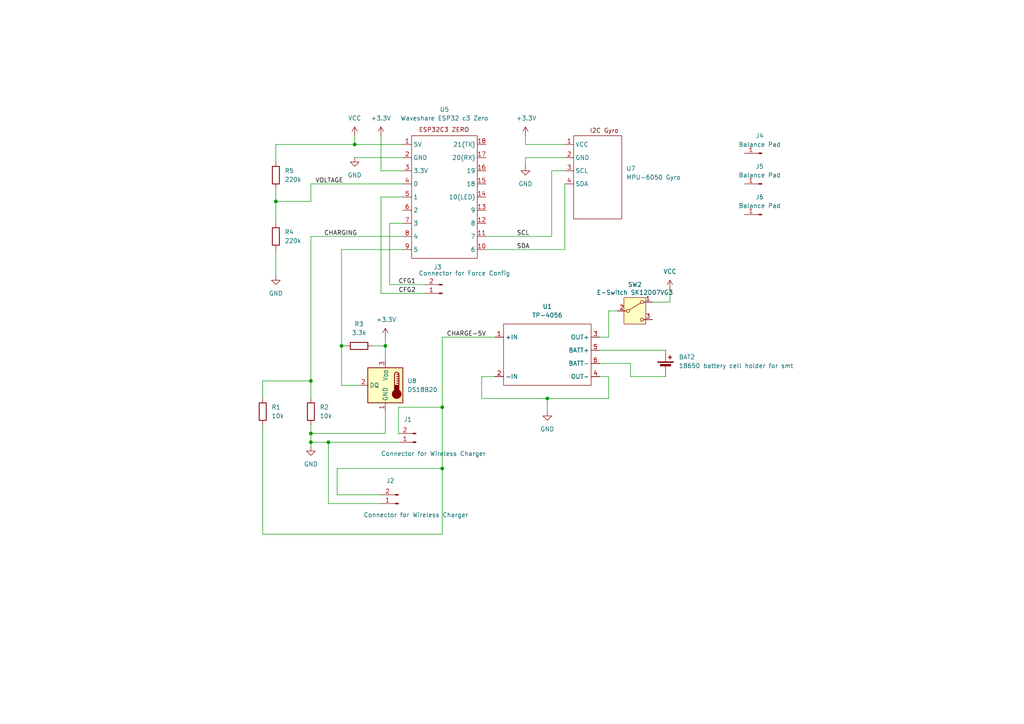
<source format=kicad_sch>
(kicad_sch (version 20250114) (generator "eeschema") (generator_version "9.0")
  (paper "A4")
  (title_block (title "Gravitymon PILL Zero PCB") (date "2026-01-04") (company "Magnus Persson") (comment 1 "Based on PillPCB by Andre Q, 2024"))
  (lib_symbols
    (symbol "Connector:Conn_01x01_Pin" (pin_names (offset 1.016) (hide yes))
      (property "Reference" "J" (at 0 2.54 0))
      (property "Value" "Conn_01x01_Pin" (at 0 -2.54 0))
      (symbol "Conn_01x01_Pin_1_1"
        (rectangle (start 0.8636 0.127) (end 0 -0.127) (stroke (width 0.1524)) (fill (type outline)))
        (polyline (pts (xy 1.27 0) (xy 0.8636 0)) (stroke (width 0.1524)))
        (pin passive line (at 5.08 0 180) (length 3.81) (name "Pin_1") (number "1"))
      )
    )
    (symbol "Connector:Conn_01x02_Pin" (pin_names (offset 1.016) (hide yes))
      (property "Reference" "J" (at 0 2.54 0))
      (property "Value" "Conn_01x02_Pin" (at 0 -5.08 0))
      (symbol "Conn_01x02_Pin_1_1"
        (rectangle (start 0.8636 0.127) (end 0 -0.127) (stroke (width 0.1524)) (fill (type outline)))
        (rectangle (start 0.8636 -2.413) (end 0 -2.667) (stroke (width 0.1524)) (fill (type outline)))
        (polyline (pts (xy 1.27 0) (xy 0.8636 0)) (stroke (width 0.1524)))
        (polyline (pts (xy 1.27 -2.54) (xy 0.8636 -2.54)) (stroke (width 0.1524)))
        (pin passive line (at 5.08 0 180) (length 3.81) (name "Pin_1") (number "1"))
        (pin passive line (at 5.08 -2.54 180) (length 3.81) (name "Pin_2") (number "2"))
      )
    )
    (symbol "Device:Battery_Cell" (pin_numbers (hide yes)) (pin_names (offset 0) (hide yes))
      (property "Reference" "BT" (at 2.54 2.54 0))
      (property "Value" "Battery_Cell" (at 2.54 0 0))
      (symbol "Battery_Cell_0_1"
        (rectangle (start -2.286 1.778) (end 2.286 1.524) (fill (type outline)))
        (rectangle (start -1.524 1.016) (end 1.524 0.508) (fill (type outline)))
        (polyline (pts (xy 0 1.778) (xy 0 2.54)))
        (polyline (pts (xy 0 0.762) (xy 0 0)))
        (polyline (pts (xy 0.762 3.048) (xy 1.778 3.048)) (stroke (width 0.254)))
        (polyline (pts (xy 1.27 3.556) (xy 1.27 2.54)) (stroke (width 0.254)))
      )
      (symbol "Battery_Cell_1_1"
        (pin passive line (at 0 5.08 270) (length 2.54) (name "+") (number "1"))
        (pin passive line (at 0 -2.54 90) (length 2.54) (name "-") (number "2"))
      )
    )
    (symbol "Device:R" (pin_numbers (hide yes)) (pin_names (offset 0))
      (property "Reference" "R" (at 2.032 0 90))
      (property "Value" "R" (at 0 0 90))
      (symbol "R_0_1"
        (rectangle (start -1.016 -2.54) (end 1.016 2.54) (stroke (width 0.254)))
      )
      (symbol "R_1_1"
        (pin passive line (at 0 3.81 270) (length 1.27) (name "~") (number "1"))
        (pin passive line (at 0 -3.81 90) (length 1.27) (name "~") (number "2"))
      )
    )
    (symbol "GND_1" (power) (pin_numbers (hide yes)) (pin_names (offset 0) (hide yes))
      (property "Value" "GND" (at 0 -3.81 0))
      (symbol "GND_1_0_1"
        (polyline (pts (xy 0 0) (xy 0 -1.27) (xy 1.27 -1.27) (xy 0 -2.54) (xy -1.27 -1.27) (xy 0 -1.27)))
      )
      (symbol "GND_1_1_1"
        (pin power_in line (at 0 0 270) (length 0) (name "~") (number "1"))
      )
    )
    (symbol "GND_2" (power) (pin_numbers (hide yes)) (pin_names (offset 0) (hide yes))
      (property "Value" "GND" (at 0 -3.81 0))
      (symbol "GND_2_0_1"
        (polyline (pts (xy 0 0) (xy 0 -1.27) (xy 1.27 -1.27) (xy 0 -2.54) (xy -1.27 -1.27) (xy 0 -1.27)))
      )
      (symbol "GND_2_1_1"
        (pin power_in line (at 0 0 270) (length 0) (name "~") (number "1"))
      )
    )
    (symbol "GND_3" (power) (pin_numbers (hide yes)) (pin_names (offset 0) (hide yes))
      (property "Value" "GND" (at 0 -3.81 0))
      (symbol "GND_3_0_1"
        (polyline (pts (xy 0 0) (xy 0 -1.27) (xy 1.27 -1.27) (xy 0 -2.54) (xy -1.27 -1.27) (xy 0 -1.27)))
      )
      (symbol "GND_3_1_1"
        (pin power_in line (at 0 0 270) (length 0) (name "~") (number "1"))
      )
    )
    (symbol "GND_4" (power) (pin_numbers (hide yes)) (pin_names (offset 0) (hide yes))
      (property "Value" "GND" (at 0 -3.81 0))
      (symbol "GND_4_0_1"
        (polyline (pts (xy 0 0) (xy 0 -1.27) (xy 1.27 -1.27) (xy 0 -2.54) (xy -1.27 -1.27) (xy 0 -1.27)))
      )
      (symbol "GND_4_1_1"
        (pin power_in line (at 0 0 270) (length 0) (name "~") (number "1"))
      )
    )
    (symbol "Sensor_Temperature:DS18B20"
      (property "Reference" "U" (at -3.81 6.35 0))
      (property "Value" "DS18B20" (at 6.35 6.35 0))
      (symbol "DS18B20_0_1"
        (rectangle (start -5.08 5.08) (end 5.08 -5.08) (stroke (width 0.254)) (fill (type background)))
        (polyline (pts (xy -3.937 3.175) (xy -3.937 0)) (stroke (width 0.254)))
        (polyline (pts (xy -3.937 3.175) (xy -3.302 3.175)) (stroke (width 0.254)))
        (polyline (pts (xy -3.937 2.54) (xy -3.302 2.54)) (stroke (width 0.254)))
        (polyline (pts (xy -3.937 1.905) (xy -3.302 1.905)) (stroke (width 0.254)))
        (polyline (pts (xy -3.937 1.27) (xy -3.302 1.27)) (stroke (width 0.254)))
        (polyline (pts (xy -3.937 0.635) (xy -3.302 0.635)) (stroke (width 0.254)))
        (arc (start -3.937 3.175) (mid -3.302 3.8073) (end -2.667 3.175) (stroke (width 0.254)))
        (circle (center -3.302 -2.54) (radius 1.27) (stroke (width 0.254)) (fill (type outline)))
        (polyline (pts (xy -2.667 3.175) (xy -2.667 0)) (stroke (width 0.254)))
        (rectangle (start -2.667 -1.905) (end -3.937 0) (stroke (width 0.254)) (fill (type outline)))
      )
      (symbol "DS18B20_1_1"
        (pin power_in line (at 0 7.62 270) (length 2.54) (name "V_{DD}") (number "3"))
        (pin power_in line (at 0 -7.62 90) (length 2.54) (name "GND") (number "1"))
        (pin bidirectional line (at 7.62 0 180) (length 2.54) (name "DQ") (number "2"))
      )
    )
    (symbol "Switch:SW_SPDT" (pin_names (offset 0) (hide yes))
      (property "Reference" "SW" (at 0 5.08 0))
      (property "Value" "SW_SPDT" (at 0 -5.08 0))
      (symbol "SW_SPDT_0_1"
        (circle (center -2.032 0) (radius 0.4572))
        (polyline (pts (xy -1.651 0.254) (xy 1.651 2.286)))
        (circle (center 2.032 2.54) (radius 0.4572))
        (circle (center 2.032 -2.54) (radius 0.4572))
      )
      (symbol "SW_SPDT_1_1"
        (rectangle (start -3.175 3.81) (end 3.175 -3.81) (fill (type background)))
        (pin passive line (at -5.08 0 0) (length 2.54) (name "B") (number "2"))
        (pin passive line (at 5.08 2.54 180) (length 2.54) (name "A") (number "1"))
        (pin passive line (at 5.08 -2.54 180) (length 2.54) (name "C") (number "3"))
      )
    )
    (symbol "VCC_1" (power) (pin_numbers (hide yes)) (pin_names (offset 0) (hide yes))
      (property "Value" "VCC" (at 0 3.556 0))
      (symbol "VCC_1_0_1"
        (polyline (pts (xy -0.762 1.27) (xy 0 2.54)))
        (polyline (pts (xy 0 2.54) (xy 0.762 1.27)))
        (polyline (pts (xy 0 0) (xy 0 2.54)))
      )
      (symbol "VCC_1_1_1"
        (pin power_in line (at 0 0 90) (length 0) (name "~") (number "1"))
      )
    )
    (symbol "magnus:gyro-mpu6050"
      (property "Reference" "U" (at 5.588 20.574 0))
      (symbol "gyro-mpu6050_0_1"
        (rectangle (start 0 16.51) (end 13.97 -7.62))
      )
      (symbol "gyro-mpu6050_1_1"
        (text "I2C Gyro" (at 8.89 18.034 0) (effects (font (size 1.27 1.27))))
        (pin power_in line (at -2.54 13.97 0) (length 2.54) (name "VCC") (number "1"))
        (pin power_in line (at -2.54 10.16 0) (length 2.54) (name "GND") (number "2"))
        (pin bidirectional line (at -2.54 6.35 0) (length 2.54) (name "SCL") (number "3"))
        (pin bidirectional line (at -2.54 2.54 0) (length 2.54) (name "SDA") (number "4"))
      )
    )
    (symbol "magnus:lipo-tp4056"
      (property "Reference" "U2" (at 7.62 -2.286 0))
      (property "Value" "TP-4056" (at 7.62 -5.842 0))
      (symbol "lipo-tp4056_0_1"
        (rectangle (start -1.27 3.81) (end 24.13 -13.97))
      )
      (symbol "lipo-tp4056_1_1"
        (pin power_in line (at -3.81 0 0) (length 2.54) (name "+IN") (number "1"))
        (pin power_in line (at -3.81 -11.43 0) (length 2.54) (name "-IN") (number "2"))
        (pin power_out line (at 26.67 0 180) (length 2.54) (name "OUT+") (number "3"))
        (pin power_in line (at 26.67 -3.81 180) (length 2.54) (name "BATT+") (number "5"))
        (pin power_in line (at 26.67 -7.62 180) (length 2.54) (name "BATT-") (number "6"))
        (pin power_out line (at 26.67 -11.43 180) (length 2.54) (name "OUT-") (number "4"))
      )
    )
    (symbol "magnus:waveshare-esp32c3-zero"
      (property "Reference" "U1" (at 5.334 24.892 0))
      (property "Value" "~" (at 5.715 20.32 0))
      (symbol "waveshare-esp32c3-zero_0_1"
        (rectangle (start -3.81 20.32) (end 15.24 -15.24))
      )
      (symbol "waveshare-esp32c3-zero_1_1"
        (text "ESP32C3 ZERO" (at 5.588 22.098 0) (effects (font (size 1.27 1.27))))
        (pin power_in line (at -6.35 17.78 0) (length 2.54) (name "5V") (number "1"))
        (pin power_in line (at -6.35 13.97 0) (length 2.54) (name "GND") (number "2"))
        (pin power_out line (at -6.35 10.16 0) (length 2.54) (name "3.3V") (number "3"))
        (pin bidirectional line (at -6.35 6.35 0) (length 2.54) (name "0") (number "4"))
        (pin bidirectional line (at -6.35 2.54 0) (length 2.54) (name "1") (number "5"))
        (pin bidirectional line (at -6.35 -1.27 0) (length 2.54) (name "2") (number "6"))
        (pin bidirectional line (at -6.35 -5.08 0) (length 2.54) (name "3") (number "7"))
        (pin bidirectional line (at -6.35 -8.89 0) (length 2.54) (name "4") (number "8"))
        (pin bidirectional line (at -6.35 -12.7 0) (length 2.54) (name "5") (number "9"))
        (pin bidirectional line (at 17.78 17.78 180) (length 2.54) (name "21(TX)") (number "18"))
        (pin bidirectional line (at 17.78 13.97 180) (length 2.54) (name "20(RX)") (number "17"))
        (pin bidirectional line (at 17.78 10.16 180) (length 2.54) (name "19") (number "16"))
        (pin bidirectional line (at 17.78 6.35 180) (length 2.54) (name "18") (number "15"))
        (pin bidirectional line (at 17.78 2.54 180) (length 2.54) (name "10(LED)") (number "14"))
        (pin bidirectional line (at 17.78 -1.27 180) (length 2.54) (name "9") (number "13"))
        (pin bidirectional line (at 17.78 -5.08 180) (length 2.54) (name "8") (number "12"))
        (pin bidirectional line (at 17.78 -8.89 180) (length 2.54) (name "7") (number "11"))
        (pin bidirectional line (at 17.78 -12.7 180) (length 2.54) (name "6") (number "10"))
      )
    )
    (symbol "power:+3.3V" (power) (pin_numbers (hide yes)) (pin_names (offset 0) (hide yes))
      (property "Value" "+3.3V" (at 0 3.556 0))
      (symbol "+3.3V_0_1"
        (polyline (pts (xy -0.762 1.27) (xy 0 2.54)))
        (polyline (pts (xy 0 2.54) (xy 0.762 1.27)))
        (polyline (pts (xy 0 0) (xy 0 2.54)))
      )
      (symbol "+3.3V_1_1"
        (pin power_in line (at 0 0 90) (length 0) (name "~") (number "1"))
      )
    )
    (symbol "power:GND" (power) (pin_numbers (hide yes)) (pin_names (offset 0) (hide yes))
      (property "Value" "GND" (at 0 -3.81 0))
      (symbol "GND_0_1"
        (polyline (pts (xy 0 0) (xy 0 -1.27) (xy 1.27 -1.27) (xy 0 -2.54) (xy -1.27 -1.27) (xy 0 -1.27)))
      )
      (symbol "GND_1_1"
        (pin power_in line (at 0 0 270) (length 0) (name "~") (number "1"))
      )
    )
    (symbol "power:VCC" (power) (pin_numbers (hide yes)) (pin_names (offset 0) (hide yes))
      (property "Value" "VCC" (at 0 3.556 0))
      (symbol "VCC_0_1"
        (polyline (pts (xy -0.762 1.27) (xy 0 2.54)))
        (polyline (pts (xy 0 2.54) (xy 0.762 1.27)))
        (polyline (pts (xy 0 0) (xy 0 2.54)))
      )
      (symbol "VCC_1_1"
        (pin power_in line (at 0 0 90) (length 0) (name "~") (number "1"))
      )
    )
  )
  (junction (at 90.17 125.73))
  (junction (at 128.27 135.89))
  (junction (at 90.17 128.27))
  (junction (at 111.76 100.33))
  (junction (at 99.06 100.33))
  (junction (at 95.25 128.27))
  (junction (at 80.01 58.42))
  (junction (at 90.17 110.49))
  (junction (at 102.87 41.91))
  (junction (at 128.27 118.11))
  (junction (at 158.75 115.57))
  (wire (pts (xy 102.87 39.37) (xy 102.87 41.91)))
  (wire (pts (xy 99.06 72.39) (xy 116.84 72.39)))
  (wire (pts (xy 76.2 110.49) (xy 76.2 115.57)))
  (wire (pts (xy 111.76 100.33) (xy 111.76 104.14)))
  (wire (pts (xy 111.76 125.73) (xy 111.76 119.38)))
  (wire (pts (xy 104.14 111.76) (xy 99.06 111.76)))
  (wire (pts (xy 80.01 72.39) (xy 80.01 80.01)))
  (wire (pts (xy 76.2 110.49) (xy 90.17 110.49)))
  (wire (pts (xy 158.75 115.57) (xy 158.75 119.38)))
  (wire (pts (xy 163.83 53.34) (xy 163.83 72.39)))
  (wire (pts (xy 90.17 68.58) (xy 90.17 110.49)))
  (wire (pts (xy 152.4 39.37) (xy 152.4 41.91)))
  (wire (pts (xy 102.87 45.72) (xy 116.84 45.72)))
  (wire (pts (xy 182.88 105.41) (xy 182.88 109.22)))
  (wire (pts (xy 110.49 49.53) (xy 110.49 39.37)))
  (wire (pts (xy 80.01 58.42) (xy 80.01 64.77)))
  (wire (pts (xy 176.53 109.22) (xy 176.53 115.57)))
  (wire (pts (xy 139.7 109.22) (xy 139.7 115.57)))
  (wire (pts (xy 139.7 109.22) (xy 143.51 109.22)))
  (wire (pts (xy 116.84 53.34) (xy 90.17 53.34)))
  (wire (pts (xy 173.99 105.41) (xy 182.88 105.41)))
  (wire (pts (xy 158.75 115.57) (xy 176.53 115.57)))
  (wire (pts (xy 176.53 90.17) (xy 179.07 90.17)))
  (wire (pts (xy 90.17 125.73) (xy 90.17 128.27)))
  (wire (pts (xy 176.53 97.79) (xy 176.53 90.17)))
  (wire (pts (xy 113.03 82.55) (xy 113.03 64.77)))
  (wire (pts (xy 110.49 85.09) (xy 110.49 57.15)))
  (wire (pts (xy 90.17 58.42) (xy 80.01 58.42)))
  (wire (pts (xy 99.06 72.39) (xy 99.06 100.33)))
  (wire (pts (xy 139.7 115.57) (xy 158.75 115.57)))
  (wire (pts (xy 90.17 125.73) (xy 111.76 125.73)))
  (wire (pts (xy 123.19 82.55) (xy 113.03 82.55)))
  (wire (pts (xy 110.49 143.51) (xy 97.79 143.51)))
  (wire (pts (xy 95.25 146.05) (xy 95.25 128.27)))
  (wire (pts (xy 160.02 49.53) (xy 160.02 68.58)))
  (wire (pts (xy 189.23 87.63) (xy 194.31 87.63)))
  (wire (pts (xy 128.27 135.89) (xy 128.27 154.94)))
  (wire (pts (xy 102.87 41.91) (xy 116.84 41.91)))
  (wire (pts (xy 173.99 101.6) (xy 193.04 101.6)))
  (wire (pts (xy 80.01 54.61) (xy 80.01 58.42)))
  (wire (pts (xy 110.49 146.05) (xy 95.25 146.05)))
  (wire (pts (xy 95.25 128.27) (xy 115.57 128.27)))
  (wire (pts (xy 115.57 118.11) (xy 128.27 118.11)))
  (wire (pts (xy 80.01 46.99) (xy 80.01 41.91)))
  (wire (pts (xy 110.49 57.15) (xy 116.84 57.15)))
  (wire (pts (xy 76.2 154.94) (xy 128.27 154.94)))
  (wire (pts (xy 90.17 128.27) (xy 90.17 129.54)))
  (wire (pts (xy 182.88 109.22) (xy 193.04 109.22)))
  (wire (pts (xy 163.83 49.53) (xy 160.02 49.53)))
  (wire (pts (xy 90.17 110.49) (xy 90.17 115.57)))
  (wire (pts (xy 173.99 97.79) (xy 176.53 97.79)))
  (wire (pts (xy 194.31 87.63) (xy 194.31 83.82)))
  (wire (pts (xy 128.27 97.79) (xy 128.27 118.11)))
  (wire (pts (xy 115.57 125.73) (xy 115.57 118.11)))
  (wire (pts (xy 160.02 68.58) (xy 140.97 68.58)))
  (wire (pts (xy 90.17 128.27) (xy 95.25 128.27)))
  (wire (pts (xy 152.4 41.91) (xy 163.83 41.91)))
  (wire (pts (xy 128.27 118.11) (xy 128.27 135.89)))
  (wire (pts (xy 90.17 53.34) (xy 90.17 58.42)))
  (wire (pts (xy 152.4 45.72) (xy 163.83 45.72)))
  (wire (pts (xy 107.95 100.33) (xy 111.76 100.33)))
  (wire (pts (xy 80.01 41.91) (xy 102.87 41.91)))
  (wire (pts (xy 97.79 135.89) (xy 128.27 135.89)))
  (wire (pts (xy 123.19 85.09) (xy 110.49 85.09)))
  (wire (pts (xy 90.17 125.73) (xy 90.17 123.19)))
  (wire (pts (xy 76.2 154.94) (xy 76.2 123.19)))
  (wire (pts (xy 152.4 48.26) (xy 152.4 45.72)))
  (wire (pts (xy 97.79 143.51) (xy 97.79 135.89)))
  (wire (pts (xy 90.17 68.58) (xy 116.84 68.58)))
  (wire (pts (xy 111.76 97.79) (xy 111.76 100.33)))
  (wire (pts (xy 99.06 100.33) (xy 100.33 100.33)))
  (wire (pts (xy 140.97 72.39) (xy 163.83 72.39)))
  (wire (pts (xy 116.84 49.53) (xy 110.49 49.53)))
  (wire (pts (xy 99.06 111.76) (xy 99.06 100.33)))
  (wire (pts (xy 143.51 97.79) (xy 128.27 97.79)))
  (wire (pts (xy 113.03 64.77) (xy 116.84 64.77)))
  (wire (pts (xy 173.99 109.22) (xy 176.53 109.22)))
  (label "CFG1" (at 115.57 82.55 0))
  (label "VOLTAGE" (at 91.44 53.34 0))
  (label "CHARGING" (at 93.98 68.58 0))
  (label "CHARGE-5V" (at 129.54 97.79 0))
  (label "CFG2" (at 115.57 85.09 0))
  (label "SCL" (at 149.86 68.58 0))
  (label "SDA" (at 149.86 72.39 0))
  (symbol (lib_id "Connector:Conn_01x02_Pin") (at 115.57 146.05 180) (unit 1)
    (property "Reference" "J2" (at 112.014 139.446 0) (effects (justify right)))
    (property "Value" "Connector for Wireless Charger" (at 105.41 149.352 0) (effects (justify right)))
    (property "Footprint" "Connector_PinHeader_2.54mm:PinHeader_1x02_P2.54mm_Vertical" (effects (hide yes)))
    (property "Description" "Generic connector, single row, 01x02, script generated" (effects (hide yes)))
  )
  (symbol (lib_id "Connector:Conn_01x01_Pin") (at 220.98 62.23 180) (unit 1)
    (property "Reference" "J6" (at 220.345 57.15 0))
    (property "Value" "Balance Pad" (at 220.345 59.69 0))
    (property "Footprint" "Connector_Wire:SolderWirePad_1x01_SMD_5x10mm" (effects (hide yes)))
    (property "Description" "Generic connector, single row, 01x01, script generated" (effects (hide yes)))
  )
  (symbol (lib_name "GND_3") (lib_id "power:GND") (at 158.75 119.38 0) (unit 1)
    (property "Reference" "#PWR010" (effects (hide yes)))
    (property "Value" "GND" (at 158.75 124.46 0))
    (property "Description" "Power symbol creates a global label with name \"GND\" , ground" (effects (hide yes)))
  )
  (symbol (lib_id "Connector:Conn_01x01_Pin") (at 220.98 44.45 180) (unit 1)
    (property "Reference" "J4" (at 220.345 39.37 0))
    (property "Value" "Balance Pad" (at 220.345 41.91 0))
    (property "Footprint" "Connector_Wire:SolderWirePad_1x01_SMD_5x10mm" (effects (hide yes)))
    (property "Description" "Generic connector, single row, 01x01, script generated" (effects (hide yes)))
  )
  (symbol (lib_name "GND_4") (lib_id "power:GND") (at 90.17 129.54 0) (unit 1)
    (property "Reference" "#PWR016" (effects (hide yes)))
    (property "Value" "GND" (at 90.17 134.62 0))
    (property "Description" "Power symbol creates a global label with name \"GND\" , ground" (effects (hide yes)))
  )
  (symbol (lib_id "magnus:lipo-tp4056") (at 147.32 97.79 0) (unit 1)
    (property "Reference" "U1" (at 158.75 88.9 0))
    (property "Value" "TP-4056" (at 158.75 91.44 0))
    (property "Footprint" "magnus:lipo-tp4056" (effects (hide yes)))
    (property "Description" "TP-4056 LiPo charger with USB-C connector" (effects (hide yes)))
  )
  (symbol (lib_id "Device:Battery_Cell") (at 193.04 106.68 0) (unit 1)
    (property "Reference" "BAT2" (at 196.85 103.5685 0) (effects (justify left)))
    (property "Value" "18650 battery cell holder for smt" (at 196.85 106.1085 0) (effects (justify left)))
    (property "Footprint" "magnus:battery_holder_18650" (effects (hide yes)))
    (property "Description" "18650 battery cell holder for smt" (effects (hide yes)))
  )
  (symbol (lib_id "Device:R") (at 80.01 50.8 180) (unit 1)
    (property "Reference" "R5" (at 82.55 49.5299 0) (effects (justify right)))
    (property "Value" "220k" (at 82.55 52.0699 0) (effects (justify right)))
    (property "Footprint" "Resistor_THT:R_Axial_DIN0204_L3.6mm_D1.6mm_P7.62mm_Horizontal" (effects (hide yes)))
    (property "Description" "Resistor" (effects (hide yes)))
  )
  (symbol (lib_id "Device:R") (at 104.14 100.33 90) (unit 1)
    (property "Reference" "R3" (at 104.14 93.98 90))
    (property "Value" "3.3k" (at 104.14 96.52 90))
    (property "Footprint" "R_Axial_DIN0204_L3.6mm_D1.6mm_P7.62mm_Horizontal" (effects (hide yes)))
    (property "Description" "Resistor" (effects (hide yes)))
  )
  (symbol (lib_name "GND_1") (lib_id "power:GND") (at 152.4 48.26 0) (unit 1)
    (property "Reference" "#PWR011" (effects (hide yes)))
    (property "Value" "GND" (at 152.4 53.34 0))
    (property "Description" "Power symbol creates a global label with name \"GND\" , ground" (effects (hide yes)))
  )
  (symbol (lib_name "VCC_1") (lib_id "power:VCC") (at 102.87 39.37 0) (unit 1)
    (property "Reference" "#PWR013" (effects (hide yes)))
    (property "Value" "VCC" (at 102.87 34.29 0))
    (property "Description" "Power symbol creates a global label with name \"VCC\"" (effects (hide yes)))
  )
  (symbol (lib_id "Sensor_Temperature:DS18B20") (at 111.76 111.76 0) (mirror y) (unit 1)
    (property "Reference" "U8" (at 118.11 110.49 0) (effects (justify right)))
    (property "Value" "DS18B20" (at 118.11 113.03 0) (effects (justify right)))
    (property "Footprint" "Package_TO_SOT_THT:TO-92L_Inline_Wide" (effects (hide yes)))
    (property "Datasheet" "http://datasheets.maximintegrated.com/en/ds/DS18B20.pdf" (effects (hide yes)))
    (property "Description" "DS18B20 one wire temperature sensor" (effects (hide yes)))
  )
  (symbol (lib_name "GND_2") (lib_id "power:GND") (at 80.01 80.01 0) (unit 1)
    (property "Reference" "#PWR019" (effects (hide yes)))
    (property "Value" "GND" (at 80.01 85.09 0))
    (property "Description" "Power symbol creates a global label with name \"GND\" , ground" (effects (hide yes)))
  )
  (symbol (lib_id "Device:R") (at 90.17 119.38 180) (unit 1)
    (property "Reference" "R2" (at 92.71 118.1099 0) (effects (justify right)))
    (property "Value" "10k" (at 92.71 120.6499 0) (effects (justify right)))
    (property "Footprint" "R_Axial_DIN0204_L3.6mm_D1.6mm_P7.62mm_Horizontal" (effects (hide yes)))
    (property "Description" "Resistor" (effects (hide yes)))
  )
  (symbol (lib_id "Device:R") (at 76.2 119.38 180) (unit 1)
    (property "Reference" "R1" (at 78.74 118.1099 0) (effects (justify right)))
    (property "Value" "10k" (at 78.74 120.6499 0) (effects (justify right)))
    (property "Footprint" "R_Axial_DIN0204_L3.6mm_D1.6mm_P7.62mm_Horizontal" (effects (hide yes)))
    (property "Description" "Resistor" (effects (hide yes)))
  )
  (symbol (lib_id "power:VCC") (at 194.31 83.82 0) (unit 1)
    (property "Reference" "#PWR015" (effects (hide yes)))
    (property "Value" "VCC" (at 194.31 78.74 0))
    (property "Description" "Power symbol creates a global label with name \"VCC\"" (effects (hide yes)))
  )
  (symbol (lib_id "Connector:Conn_01x02_Pin") (at 128.27 85.09 180) (unit 1)
    (property "Reference" "J3" (at 125.73 77.47 0) (effects (justify right)))
    (property "Value" "Connector for Force Config" (at 121.412 79.248 0) (effects (justify right)))
    (property "Footprint" "Connector_PinHeader_2.00mm:PinHeader_1x02_P2.00mm_Vertical" (effects (hide yes)))
    (property "Description" "Generic connector, single row, 01x02, script generated" (effects (hide yes)))
  )
  (symbol (lib_id "power:+3.3V") (at 110.49 39.37 0) (unit 1)
    (property "Reference" "#PWR017" (effects (hide yes)))
    (property "Value" "+3.3V" (at 110.49 34.29 0))
    (property "Description" "Power symbol creates a global label with name \"+3.3V\"" (effects (hide yes)))
  )
  (symbol (lib_id "magnus:waveshare-esp32c3-zero") (at 123.19 59.69 0) (unit 1)
    (property "Reference" "U5" (at 128.905 31.75 0))
    (property "Value" "Waveshare ESP32 c3 Zero" (at 128.905 34.29 0))
    (property "Footprint" "magnus:waveshare-esp32c3-zero" (effects (hide yes)))
    (property "Datasheet" "https://www.waveshare.com/wiki/ESP32-C3-Zero?srsltid=AfmBOopQp5_wdbmavH59V2WZeIh0hCY8uWPe9mviRX_U-7M7kkwxvOPk" (effects (hide yes)))
    (property "Description" "Waveshare ESP32 c3 Zero" (effects (hide yes)))
  )
  (symbol (lib_id "Switch:SW_SPDT") (at 184.15 90.17 0) (unit 1)
    (property "Reference" "SW2" (at 184.15 82.55 0))
    (property "Value" "E-Switch SK12D07VG3" (at 184.15 84.836 0))
    (property "Footprint" "Button_Switch_THT:SW_Slide_SPDT_Angled_CK_OS102011MA1Q" (effects (hide yes)))
    (property "Description" "On / Off switch" (effects (hide yes)))
  )
  (symbol (lib_id "Device:R") (at 80.01 68.58 180) (unit 1)
    (property "Reference" "R4" (at 82.55 67.3099 0) (effects (justify right)))
    (property "Value" "220k" (at 82.55 69.8499 0) (effects (justify right)))
    (property "Footprint" "R_Axial_DIN0204_L3.6mm_D1.6mm_P7.62mm_Horizontal" (effects (hide yes)))
    (property "Description" "Resistor" (effects (hide yes)))
  )
  (symbol (lib_id "power:GND") (at 102.87 45.72 0) (unit 1)
    (property "Reference" "#PWR012" (effects (hide yes)))
    (property "Value" "GND" (at 102.87 50.8 0))
    (property "Description" "Power symbol creates a global label with name \"GND\" , ground" (effects (hide yes)))
  )
  (symbol (lib_id "power:+3.3V") (at 111.76 97.79 0) (unit 1)
    (property "Reference" "#PWR01" (effects (hide yes)))
    (property "Value" "+3.3V" (at 112.014 92.71 0))
    (property "Description" "Power symbol creates a global label with name \"+3.3V\"" (effects (hide yes)))
  )
  (symbol (lib_id "Connector:Conn_01x02_Pin") (at 120.65 128.27 180) (unit 1)
    (property "Reference" "J1" (at 117.094 121.666 0) (effects (justify right)))
    (property "Value" "Connector for Wireless Charger" (at 110.49 131.572 0) (effects (justify right)))
    (property "Footprint" "Connector_PinHeader_2.54mm:PinHeader_1x02_P2.54mm_Vertical" (effects (hide yes)))
    (property "Description" "Generic connector, single row, 01x02, script generated" (effects (hide yes)))
  )
  (symbol (lib_id "Connector:Conn_01x01_Pin") (at 220.98 53.34 180) (unit 1)
    (property "Reference" "J5" (at 220.345 48.26 0))
    (property "Value" "Balance Pad" (at 220.345 50.8 0))
    (property "Footprint" "Connector_Wire:SolderWirePad_1x01_SMD_5x10mm" (effects (hide yes)))
    (property "Description" "Generic connector, single row, 01x01, script generated" (effects (hide yes)))
  )
  (symbol (lib_id "power:+3.3V") (at 152.4 39.37 0) (unit 1)
    (property "Reference" "#PWR02" (effects (hide yes)))
    (property "Value" "+3.3V" (at 152.654 34.29 0))
    (property "Description" "Power symbol creates a global label with name \"+3.3V\"" (effects (hide yes)))
  )
  (symbol (lib_id "magnus:gyro-mpu6050") (at 166.37 55.88 0) (unit 1)
    (property "Reference" "U7" (at 181.61 48.8921 0) (effects (justify left)))
    (property "Value" "MPU-6050 Gyro" (at 181.61 51.4321 0) (effects (justify left)))
    (property "Footprint" "magnus:gyro-mpu6050" (effects (hide yes)))
    (property "Description" "MPU-6050 Gyro" (effects (hide yes)))
  )
)
</source>
